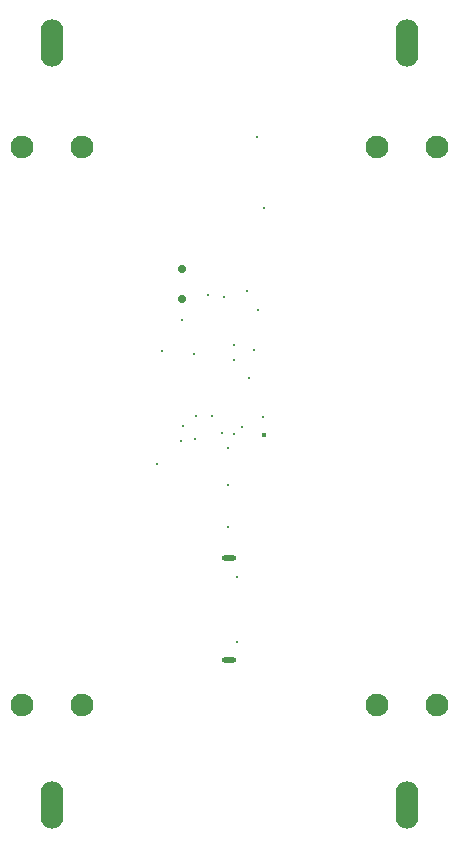
<source format=gbr>
%TF.GenerationSoftware,KiCad,Pcbnew,(5.99.0-10712-g3100cd3599)*%
%TF.CreationDate,2021-06-04T21:59:09-04:00*%
%TF.ProjectId,VX8Battery,56583842-6174-4746-9572-792e6b696361,rev?*%
%TF.SameCoordinates,Original*%
%TF.FileFunction,Plated,1,2,PTH,Mixed*%
%TF.FilePolarity,Positive*%
%FSLAX46Y46*%
G04 Gerber Fmt 4.6, Leading zero omitted, Abs format (unit mm)*
G04 Created by KiCad (PCBNEW (5.99.0-10712-g3100cd3599)) date 2021-06-04 21:59:09*
%MOMM*%
%LPD*%
G01*
G04 APERTURE LIST*
%TA.AperFunction,ViaDrill*%
%ADD10C,0.300000*%
%TD*%
%TA.AperFunction,ViaDrill*%
%ADD11C,0.400000*%
%TD*%
G04 aperture for slot hole*
%TA.AperFunction,ComponentDrill*%
%ADD12O,1.200000X0.500000*%
%TD*%
%TA.AperFunction,ComponentDrill*%
%ADD13C,0.700000*%
%TD*%
%TA.AperFunction,ComponentDrill*%
%ADD14C,1.930000*%
%TD*%
G04 aperture for slot hole*
%TA.AperFunction,ComponentDrill*%
%ADD15O,1.930000X4.000000*%
%TD*%
G04 APERTURE END LIST*
D10*
X68900000Y-105750000D03*
X69309500Y-96130653D03*
X70900000Y-103800000D03*
X71000000Y-93500000D03*
X71100000Y-102500000D03*
X72000000Y-96400000D03*
X72100000Y-103600000D03*
X72149473Y-101691579D03*
X73200000Y-91400000D03*
X73559500Y-101655068D03*
X74400000Y-103100000D03*
X74550000Y-91550000D03*
X74850000Y-111050000D03*
X74900000Y-104400000D03*
X74900000Y-107500000D03*
X75400000Y-95600000D03*
X75400000Y-96950000D03*
X75400000Y-103150000D03*
X75600000Y-115250000D03*
X75650000Y-120750000D03*
X76100000Y-102550000D03*
X76450000Y-91050000D03*
X76650000Y-98450000D03*
X77100000Y-96050000D03*
X77300000Y-78050000D03*
X77400000Y-92700000D03*
X77850000Y-101750000D03*
X77950000Y-84000000D03*
D11*
X77950000Y-103250000D03*
D12*
%TO.C,J1*%
X74990000Y-113680000D03*
X74990000Y-122320000D03*
D13*
%TO.C,TH1*%
X70950000Y-89180000D03*
X70950000Y-91720000D03*
D14*
%TO.C,BT2*%
X57460000Y-78900000D03*
X57460000Y-126100000D03*
D15*
X60000000Y-70100000D03*
X60000000Y-134600000D03*
D14*
X62540000Y-78900000D03*
X62540000Y-126100000D03*
%TO.C,BT1*%
X87460000Y-78900000D03*
X87460000Y-126100000D03*
D15*
X90000000Y-70100000D03*
X90000000Y-134600000D03*
D14*
X92540000Y-78900000D03*
X92540000Y-126100000D03*
M02*

</source>
